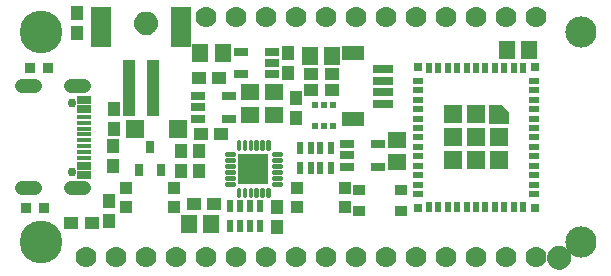
<source format=gbr>
G04 EAGLE Gerber RS-274X export*
G75*
%MOMM*%
%FSLAX34Y34*%
%LPD*%
%INSoldermask Top*%
%IPPOS*%
%AMOC8*
5,1,8,0,0,1.08239X$1,22.5*%
G01*
%ADD10C,2.641600*%
%ADD11R,1.601600X1.341600*%
%ADD12C,1.101600*%
%ADD13C,0.469900*%
%ADD14C,3.617600*%
%ADD15R,1.301600X0.651600*%
%ADD16R,1.501600X1.501600*%
%ADD17C,1.778000*%
%ADD18R,1.101600X4.701600*%
%ADD19R,1.701600X3.501600*%
%ADD20R,0.901600X0.901600*%
%ADD21R,1.176600X1.101600*%
%ADD22R,1.341600X1.601600*%
%ADD23R,1.001600X1.001600*%
%ADD24R,1.101600X1.176600*%
%ADD25R,0.736600X1.117600*%
%ADD26R,0.551600X1.001600*%
%ADD27R,0.501600X0.901600*%
%ADD28R,0.801600X0.801600*%
%ADD29R,0.901600X0.501600*%
%ADD30R,1.551600X1.551600*%
%ADD31R,1.101600X0.951600*%
%ADD32R,1.651600X0.701600*%
%ADD33R,1.901600X1.301600*%
%ADD34R,1.251600X0.676600*%
%ADD35R,1.251600X0.376600*%
%ADD36C,1.209600*%
%ADD37C,0.751600*%
%ADD38C,0.240406*%
%ADD39R,2.601600X2.601600*%
%ADD40R,0.601600X0.601600*%
%ADD41R,0.501600X0.601600*%

G36*
X421497Y125537D02*
X421497Y125537D01*
X421492Y125544D01*
X421499Y125550D01*
X421499Y136050D01*
X421483Y136071D01*
X421485Y136085D01*
X415485Y142085D01*
X415459Y142088D01*
X415451Y142098D01*
X415450Y142099D01*
X404950Y142099D01*
X404903Y142063D01*
X404903Y142062D01*
X404908Y142055D01*
X404901Y142050D01*
X404901Y125550D01*
X404937Y125503D01*
X404944Y125508D01*
X404950Y125501D01*
X421450Y125501D01*
X421497Y125537D01*
G37*
D10*
X482600Y25400D03*
X482600Y203200D03*
D11*
X222650Y152325D03*
X222650Y133325D03*
X202715Y152410D03*
X202715Y133410D03*
D12*
X114300Y210820D03*
D13*
X121800Y210820D02*
X121798Y211001D01*
X121791Y211182D01*
X121780Y211363D01*
X121765Y211544D01*
X121745Y211724D01*
X121721Y211904D01*
X121693Y212083D01*
X121660Y212261D01*
X121623Y212438D01*
X121582Y212615D01*
X121537Y212790D01*
X121487Y212965D01*
X121433Y213138D01*
X121375Y213309D01*
X121313Y213480D01*
X121246Y213648D01*
X121176Y213815D01*
X121102Y213981D01*
X121023Y214144D01*
X120941Y214305D01*
X120855Y214465D01*
X120765Y214622D01*
X120671Y214777D01*
X120574Y214930D01*
X120472Y215080D01*
X120368Y215228D01*
X120259Y215374D01*
X120148Y215516D01*
X120032Y215656D01*
X119914Y215793D01*
X119792Y215928D01*
X119667Y216059D01*
X119539Y216187D01*
X119408Y216312D01*
X119273Y216434D01*
X119136Y216552D01*
X118996Y216668D01*
X118854Y216779D01*
X118708Y216888D01*
X118560Y216992D01*
X118410Y217094D01*
X118257Y217191D01*
X118102Y217285D01*
X117945Y217375D01*
X117785Y217461D01*
X117624Y217543D01*
X117461Y217622D01*
X117295Y217696D01*
X117128Y217766D01*
X116960Y217833D01*
X116789Y217895D01*
X116618Y217953D01*
X116445Y218007D01*
X116270Y218057D01*
X116095Y218102D01*
X115918Y218143D01*
X115741Y218180D01*
X115563Y218213D01*
X115384Y218241D01*
X115204Y218265D01*
X115024Y218285D01*
X114843Y218300D01*
X114662Y218311D01*
X114481Y218318D01*
X114300Y218320D01*
X121800Y210820D02*
X121798Y210639D01*
X121791Y210458D01*
X121780Y210277D01*
X121765Y210096D01*
X121745Y209916D01*
X121721Y209736D01*
X121693Y209557D01*
X121660Y209379D01*
X121623Y209202D01*
X121582Y209025D01*
X121537Y208850D01*
X121487Y208675D01*
X121433Y208502D01*
X121375Y208331D01*
X121313Y208160D01*
X121246Y207992D01*
X121176Y207825D01*
X121102Y207659D01*
X121023Y207496D01*
X120941Y207335D01*
X120855Y207175D01*
X120765Y207018D01*
X120671Y206863D01*
X120574Y206710D01*
X120472Y206560D01*
X120368Y206412D01*
X120259Y206266D01*
X120148Y206124D01*
X120032Y205984D01*
X119914Y205847D01*
X119792Y205712D01*
X119667Y205581D01*
X119539Y205453D01*
X119408Y205328D01*
X119273Y205206D01*
X119136Y205088D01*
X118996Y204972D01*
X118854Y204861D01*
X118708Y204752D01*
X118560Y204648D01*
X118410Y204546D01*
X118257Y204449D01*
X118102Y204355D01*
X117945Y204265D01*
X117785Y204179D01*
X117624Y204097D01*
X117461Y204018D01*
X117295Y203944D01*
X117128Y203874D01*
X116960Y203807D01*
X116789Y203745D01*
X116618Y203687D01*
X116445Y203633D01*
X116270Y203583D01*
X116095Y203538D01*
X115918Y203497D01*
X115741Y203460D01*
X115563Y203427D01*
X115384Y203399D01*
X115204Y203375D01*
X115024Y203355D01*
X114843Y203340D01*
X114662Y203329D01*
X114481Y203322D01*
X114300Y203320D01*
X114119Y203322D01*
X113938Y203329D01*
X113757Y203340D01*
X113576Y203355D01*
X113396Y203375D01*
X113216Y203399D01*
X113037Y203427D01*
X112859Y203460D01*
X112682Y203497D01*
X112505Y203538D01*
X112330Y203583D01*
X112155Y203633D01*
X111982Y203687D01*
X111811Y203745D01*
X111640Y203807D01*
X111472Y203874D01*
X111305Y203944D01*
X111139Y204018D01*
X110976Y204097D01*
X110815Y204179D01*
X110655Y204265D01*
X110498Y204355D01*
X110343Y204449D01*
X110190Y204546D01*
X110040Y204648D01*
X109892Y204752D01*
X109746Y204861D01*
X109604Y204972D01*
X109464Y205088D01*
X109327Y205206D01*
X109192Y205328D01*
X109061Y205453D01*
X108933Y205581D01*
X108808Y205712D01*
X108686Y205847D01*
X108568Y205984D01*
X108452Y206124D01*
X108341Y206266D01*
X108232Y206412D01*
X108128Y206560D01*
X108026Y206710D01*
X107929Y206863D01*
X107835Y207018D01*
X107745Y207175D01*
X107659Y207335D01*
X107577Y207496D01*
X107498Y207659D01*
X107424Y207825D01*
X107354Y207992D01*
X107287Y208160D01*
X107225Y208331D01*
X107167Y208502D01*
X107113Y208675D01*
X107063Y208850D01*
X107018Y209025D01*
X106977Y209202D01*
X106940Y209379D01*
X106907Y209557D01*
X106879Y209736D01*
X106855Y209916D01*
X106835Y210096D01*
X106820Y210277D01*
X106809Y210458D01*
X106802Y210639D01*
X106800Y210820D01*
X106802Y211001D01*
X106809Y211182D01*
X106820Y211363D01*
X106835Y211544D01*
X106855Y211724D01*
X106879Y211904D01*
X106907Y212083D01*
X106940Y212261D01*
X106977Y212438D01*
X107018Y212615D01*
X107063Y212790D01*
X107113Y212965D01*
X107167Y213138D01*
X107225Y213309D01*
X107287Y213480D01*
X107354Y213648D01*
X107424Y213815D01*
X107498Y213981D01*
X107577Y214144D01*
X107659Y214305D01*
X107745Y214465D01*
X107835Y214622D01*
X107929Y214777D01*
X108026Y214930D01*
X108128Y215080D01*
X108232Y215228D01*
X108341Y215374D01*
X108452Y215516D01*
X108568Y215656D01*
X108686Y215793D01*
X108808Y215928D01*
X108933Y216059D01*
X109061Y216187D01*
X109192Y216312D01*
X109327Y216434D01*
X109464Y216552D01*
X109604Y216668D01*
X109746Y216779D01*
X109892Y216888D01*
X110040Y216992D01*
X110190Y217094D01*
X110343Y217191D01*
X110498Y217285D01*
X110655Y217375D01*
X110815Y217461D01*
X110976Y217543D01*
X111139Y217622D01*
X111305Y217696D01*
X111472Y217766D01*
X111640Y217833D01*
X111811Y217895D01*
X111982Y217953D01*
X112155Y218007D01*
X112330Y218057D01*
X112505Y218102D01*
X112682Y218143D01*
X112859Y218180D01*
X113037Y218213D01*
X113216Y218241D01*
X113396Y218265D01*
X113576Y218285D01*
X113757Y218300D01*
X113938Y218311D01*
X114119Y218318D01*
X114300Y218320D01*
D12*
X464022Y12389D03*
D13*
X471522Y12389D02*
X471520Y12570D01*
X471513Y12751D01*
X471502Y12932D01*
X471487Y13113D01*
X471467Y13293D01*
X471443Y13473D01*
X471415Y13652D01*
X471382Y13830D01*
X471345Y14007D01*
X471304Y14184D01*
X471259Y14359D01*
X471209Y14534D01*
X471155Y14707D01*
X471097Y14878D01*
X471035Y15049D01*
X470968Y15217D01*
X470898Y15384D01*
X470824Y15550D01*
X470745Y15713D01*
X470663Y15874D01*
X470577Y16034D01*
X470487Y16191D01*
X470393Y16346D01*
X470296Y16499D01*
X470194Y16649D01*
X470090Y16797D01*
X469981Y16943D01*
X469870Y17085D01*
X469754Y17225D01*
X469636Y17362D01*
X469514Y17497D01*
X469389Y17628D01*
X469261Y17756D01*
X469130Y17881D01*
X468995Y18003D01*
X468858Y18121D01*
X468718Y18237D01*
X468576Y18348D01*
X468430Y18457D01*
X468282Y18561D01*
X468132Y18663D01*
X467979Y18760D01*
X467824Y18854D01*
X467667Y18944D01*
X467507Y19030D01*
X467346Y19112D01*
X467183Y19191D01*
X467017Y19265D01*
X466850Y19335D01*
X466682Y19402D01*
X466511Y19464D01*
X466340Y19522D01*
X466167Y19576D01*
X465992Y19626D01*
X465817Y19671D01*
X465640Y19712D01*
X465463Y19749D01*
X465285Y19782D01*
X465106Y19810D01*
X464926Y19834D01*
X464746Y19854D01*
X464565Y19869D01*
X464384Y19880D01*
X464203Y19887D01*
X464022Y19889D01*
X471522Y12389D02*
X471520Y12208D01*
X471513Y12027D01*
X471502Y11846D01*
X471487Y11665D01*
X471467Y11485D01*
X471443Y11305D01*
X471415Y11126D01*
X471382Y10948D01*
X471345Y10771D01*
X471304Y10594D01*
X471259Y10419D01*
X471209Y10244D01*
X471155Y10071D01*
X471097Y9900D01*
X471035Y9729D01*
X470968Y9561D01*
X470898Y9394D01*
X470824Y9228D01*
X470745Y9065D01*
X470663Y8904D01*
X470577Y8744D01*
X470487Y8587D01*
X470393Y8432D01*
X470296Y8279D01*
X470194Y8129D01*
X470090Y7981D01*
X469981Y7835D01*
X469870Y7693D01*
X469754Y7553D01*
X469636Y7416D01*
X469514Y7281D01*
X469389Y7150D01*
X469261Y7022D01*
X469130Y6897D01*
X468995Y6775D01*
X468858Y6657D01*
X468718Y6541D01*
X468576Y6430D01*
X468430Y6321D01*
X468282Y6217D01*
X468132Y6115D01*
X467979Y6018D01*
X467824Y5924D01*
X467667Y5834D01*
X467507Y5748D01*
X467346Y5666D01*
X467183Y5587D01*
X467017Y5513D01*
X466850Y5443D01*
X466682Y5376D01*
X466511Y5314D01*
X466340Y5256D01*
X466167Y5202D01*
X465992Y5152D01*
X465817Y5107D01*
X465640Y5066D01*
X465463Y5029D01*
X465285Y4996D01*
X465106Y4968D01*
X464926Y4944D01*
X464746Y4924D01*
X464565Y4909D01*
X464384Y4898D01*
X464203Y4891D01*
X464022Y4889D01*
X463841Y4891D01*
X463660Y4898D01*
X463479Y4909D01*
X463298Y4924D01*
X463118Y4944D01*
X462938Y4968D01*
X462759Y4996D01*
X462581Y5029D01*
X462404Y5066D01*
X462227Y5107D01*
X462052Y5152D01*
X461877Y5202D01*
X461704Y5256D01*
X461533Y5314D01*
X461362Y5376D01*
X461194Y5443D01*
X461027Y5513D01*
X460861Y5587D01*
X460698Y5666D01*
X460537Y5748D01*
X460377Y5834D01*
X460220Y5924D01*
X460065Y6018D01*
X459912Y6115D01*
X459762Y6217D01*
X459614Y6321D01*
X459468Y6430D01*
X459326Y6541D01*
X459186Y6657D01*
X459049Y6775D01*
X458914Y6897D01*
X458783Y7022D01*
X458655Y7150D01*
X458530Y7281D01*
X458408Y7416D01*
X458290Y7553D01*
X458174Y7693D01*
X458063Y7835D01*
X457954Y7981D01*
X457850Y8129D01*
X457748Y8279D01*
X457651Y8432D01*
X457557Y8587D01*
X457467Y8744D01*
X457381Y8904D01*
X457299Y9065D01*
X457220Y9228D01*
X457146Y9394D01*
X457076Y9561D01*
X457009Y9729D01*
X456947Y9900D01*
X456889Y10071D01*
X456835Y10244D01*
X456785Y10419D01*
X456740Y10594D01*
X456699Y10771D01*
X456662Y10948D01*
X456629Y11126D01*
X456601Y11305D01*
X456577Y11485D01*
X456557Y11665D01*
X456542Y11846D01*
X456531Y12027D01*
X456524Y12208D01*
X456522Y12389D01*
X456524Y12570D01*
X456531Y12751D01*
X456542Y12932D01*
X456557Y13113D01*
X456577Y13293D01*
X456601Y13473D01*
X456629Y13652D01*
X456662Y13830D01*
X456699Y14007D01*
X456740Y14184D01*
X456785Y14359D01*
X456835Y14534D01*
X456889Y14707D01*
X456947Y14878D01*
X457009Y15049D01*
X457076Y15217D01*
X457146Y15384D01*
X457220Y15550D01*
X457299Y15713D01*
X457381Y15874D01*
X457467Y16034D01*
X457557Y16191D01*
X457651Y16346D01*
X457748Y16499D01*
X457850Y16649D01*
X457954Y16797D01*
X458063Y16943D01*
X458174Y17085D01*
X458290Y17225D01*
X458408Y17362D01*
X458530Y17497D01*
X458655Y17628D01*
X458783Y17756D01*
X458914Y17881D01*
X459049Y18003D01*
X459186Y18121D01*
X459326Y18237D01*
X459468Y18348D01*
X459614Y18457D01*
X459762Y18561D01*
X459912Y18663D01*
X460065Y18760D01*
X460220Y18854D01*
X460377Y18944D01*
X460537Y19030D01*
X460698Y19112D01*
X460861Y19191D01*
X461027Y19265D01*
X461194Y19335D01*
X461362Y19402D01*
X461533Y19464D01*
X461704Y19522D01*
X461877Y19576D01*
X462052Y19626D01*
X462227Y19671D01*
X462404Y19712D01*
X462581Y19749D01*
X462759Y19782D01*
X462938Y19810D01*
X463118Y19834D01*
X463298Y19854D01*
X463479Y19869D01*
X463660Y19880D01*
X463841Y19887D01*
X464022Y19889D01*
D14*
X25400Y203200D03*
X25400Y25400D03*
D15*
X220646Y167665D03*
X220646Y177165D03*
X220646Y186665D03*
X194644Y186665D03*
X194644Y167665D03*
D16*
X141690Y121285D03*
X104690Y121285D03*
D17*
X444500Y12700D03*
X419100Y12700D03*
X393700Y12700D03*
X368300Y12700D03*
X342900Y12700D03*
X317500Y12700D03*
X292100Y12700D03*
X266700Y12700D03*
X241300Y12700D03*
X215900Y12700D03*
X190500Y12700D03*
X165100Y12700D03*
X139700Y12700D03*
X114300Y12700D03*
X88900Y12700D03*
X63500Y12700D03*
D18*
X99855Y156040D03*
X119855Y156040D03*
D19*
X75855Y208040D03*
X143855Y208040D03*
D17*
X165100Y215900D03*
X190500Y215900D03*
X215900Y215900D03*
X241300Y215900D03*
X266700Y215900D03*
X292100Y215900D03*
X317500Y215900D03*
X342900Y215900D03*
X368300Y215900D03*
X393700Y215900D03*
X419100Y215900D03*
X444500Y215900D03*
D15*
X158449Y149200D03*
X158449Y139700D03*
X158449Y130200D03*
X184451Y130200D03*
X184451Y149200D03*
D20*
X27820Y54610D03*
X12820Y54610D03*
D21*
X51190Y41910D03*
X68190Y41910D03*
D22*
X160045Y186055D03*
X179045Y186055D03*
D23*
X137975Y71500D03*
X137975Y55500D03*
X96975Y55500D03*
X96975Y71500D03*
D20*
X15995Y173355D03*
X30995Y173355D03*
D24*
X55880Y219320D03*
X55880Y202320D03*
D22*
X419760Y187960D03*
X438760Y187960D03*
D24*
X234315Y185665D03*
X234315Y168665D03*
D22*
X150393Y41275D03*
X169393Y41275D03*
D25*
X117475Y106520D03*
X126975Y86520D03*
X107975Y86520D03*
D21*
X161045Y116840D03*
X178045Y116840D03*
D26*
X244810Y105020D03*
X244810Y88020D03*
X253810Y105020D03*
X261810Y105020D03*
X270810Y105020D03*
X270810Y88020D03*
X253810Y88020D03*
X261810Y88020D03*
D24*
X241300Y147565D03*
X241300Y130565D03*
D21*
X271390Y154305D03*
X254390Y154305D03*
D24*
X82550Y43570D03*
X82550Y60570D03*
D21*
X159140Y164465D03*
X176140Y164465D03*
D27*
X433700Y173300D03*
X425700Y173300D03*
X417700Y173300D03*
X409700Y173300D03*
X401700Y173300D03*
X393700Y173300D03*
X385700Y173300D03*
X377700Y173300D03*
X369700Y173300D03*
X361700Y173300D03*
X353700Y173300D03*
D28*
X443200Y173800D03*
X344200Y173800D03*
X443200Y54800D03*
X344200Y54800D03*
D27*
X433700Y55300D03*
X425700Y55300D03*
X417700Y55300D03*
X409700Y55300D03*
X401700Y55300D03*
X393700Y55300D03*
X385700Y55300D03*
X377700Y55300D03*
X369700Y55300D03*
X361700Y55300D03*
X353700Y55300D03*
D29*
X344700Y162300D03*
X344700Y154300D03*
X344700Y146300D03*
X344700Y138300D03*
X344700Y130300D03*
X344700Y122300D03*
X344700Y114300D03*
X344700Y106300D03*
X344700Y98300D03*
X344700Y90300D03*
X344700Y82300D03*
X344700Y74300D03*
X344700Y66300D03*
X442700Y66300D03*
X442700Y74300D03*
X442700Y82300D03*
X442700Y90300D03*
X442700Y98300D03*
X442700Y106300D03*
X442700Y114300D03*
X442700Y122300D03*
X442700Y130300D03*
X442700Y138300D03*
X442700Y146300D03*
X442700Y154300D03*
X442700Y162300D03*
D30*
X393700Y114300D03*
X393700Y133800D03*
X374200Y133800D03*
X374200Y114300D03*
X374200Y94800D03*
X393700Y94800D03*
X413200Y94800D03*
X413200Y114300D03*
D21*
X254390Y168275D03*
X271390Y168275D03*
D31*
X329920Y52210D03*
X294920Y52210D03*
X329920Y69710D03*
X294920Y69710D03*
D32*
X314675Y152480D03*
X314675Y162480D03*
X314675Y142480D03*
X314675Y172480D03*
D33*
X289193Y185480D03*
X289193Y129480D03*
D34*
X62120Y146300D03*
X62120Y138300D03*
D35*
X62120Y131800D03*
X62120Y126800D03*
X62120Y121800D03*
X62120Y116800D03*
X62120Y111800D03*
X62120Y106800D03*
X62120Y101800D03*
X62120Y96800D03*
D34*
X62120Y90300D03*
X62120Y82300D03*
D36*
X20110Y157500D02*
X9030Y157500D01*
X9030Y71100D02*
X20110Y71100D01*
X50830Y71100D02*
X61910Y71100D01*
X61910Y157500D02*
X50830Y157500D01*
D37*
X51370Y85400D03*
X51370Y143200D03*
D24*
X86360Y106925D03*
X86360Y89925D03*
X86995Y121040D03*
X86995Y138040D03*
X158750Y85480D03*
X158750Y102480D03*
D21*
X171695Y57785D03*
X154695Y57785D03*
D38*
X181799Y100836D02*
X188411Y100836D01*
X188411Y99424D01*
X181799Y99424D01*
X181799Y100836D01*
X181799Y95836D02*
X188411Y95836D01*
X188411Y94424D01*
X181799Y94424D01*
X181799Y95836D01*
X181799Y90836D02*
X188411Y90836D01*
X188411Y89424D01*
X181799Y89424D01*
X181799Y90836D01*
X181799Y85836D02*
X188411Y85836D01*
X188411Y84424D01*
X181799Y84424D01*
X181799Y85836D01*
X181799Y80836D02*
X188411Y80836D01*
X188411Y79424D01*
X181799Y79424D01*
X181799Y80836D01*
X181799Y75836D02*
X188411Y75836D01*
X188411Y74424D01*
X181799Y74424D01*
X181799Y75836D01*
X193311Y70936D02*
X193311Y64324D01*
X191899Y64324D01*
X191899Y70936D01*
X193311Y70936D01*
X193311Y66608D02*
X191899Y66608D01*
X191899Y68892D02*
X193311Y68892D01*
X198311Y70936D02*
X198311Y64324D01*
X196899Y64324D01*
X196899Y70936D01*
X198311Y70936D01*
X198311Y66608D02*
X196899Y66608D01*
X196899Y68892D02*
X198311Y68892D01*
X203311Y70936D02*
X203311Y64324D01*
X201899Y64324D01*
X201899Y70936D01*
X203311Y70936D01*
X203311Y66608D02*
X201899Y66608D01*
X201899Y68892D02*
X203311Y68892D01*
X208311Y70936D02*
X208311Y64324D01*
X206899Y64324D01*
X206899Y70936D01*
X208311Y70936D01*
X208311Y66608D02*
X206899Y66608D01*
X206899Y68892D02*
X208311Y68892D01*
X213311Y70936D02*
X213311Y64324D01*
X211899Y64324D01*
X211899Y70936D01*
X213311Y70936D01*
X213311Y66608D02*
X211899Y66608D01*
X211899Y68892D02*
X213311Y68892D01*
X218311Y70936D02*
X218311Y64324D01*
X216899Y64324D01*
X216899Y70936D01*
X218311Y70936D01*
X218311Y66608D02*
X216899Y66608D01*
X216899Y68892D02*
X218311Y68892D01*
X221799Y74424D02*
X228411Y74424D01*
X221799Y74424D02*
X221799Y75836D01*
X228411Y75836D01*
X228411Y74424D01*
X228411Y79424D02*
X221799Y79424D01*
X221799Y80836D01*
X228411Y80836D01*
X228411Y79424D01*
X228411Y84424D02*
X221799Y84424D01*
X221799Y85836D01*
X228411Y85836D01*
X228411Y84424D01*
X228411Y89424D02*
X221799Y89424D01*
X221799Y90836D01*
X228411Y90836D01*
X228411Y89424D01*
X228411Y94424D02*
X221799Y94424D01*
X221799Y95836D01*
X228411Y95836D01*
X228411Y94424D01*
X228411Y99424D02*
X221799Y99424D01*
X221799Y100836D01*
X228411Y100836D01*
X228411Y99424D01*
X216899Y104324D02*
X216899Y110936D01*
X218311Y110936D01*
X218311Y104324D01*
X216899Y104324D01*
X216899Y106608D02*
X218311Y106608D01*
X218311Y108892D02*
X216899Y108892D01*
X211899Y110936D02*
X211899Y104324D01*
X211899Y110936D02*
X213311Y110936D01*
X213311Y104324D01*
X211899Y104324D01*
X211899Y106608D02*
X213311Y106608D01*
X213311Y108892D02*
X211899Y108892D01*
X206899Y110936D02*
X206899Y104324D01*
X206899Y110936D02*
X208311Y110936D01*
X208311Y104324D01*
X206899Y104324D01*
X206899Y106608D02*
X208311Y106608D01*
X208311Y108892D02*
X206899Y108892D01*
X201899Y110936D02*
X201899Y104324D01*
X201899Y110936D02*
X203311Y110936D01*
X203311Y104324D01*
X201899Y104324D01*
X201899Y106608D02*
X203311Y106608D01*
X203311Y108892D02*
X201899Y108892D01*
X196899Y110936D02*
X196899Y104324D01*
X196899Y110936D02*
X198311Y110936D01*
X198311Y104324D01*
X196899Y104324D01*
X196899Y106608D02*
X198311Y106608D01*
X198311Y108892D02*
X196899Y108892D01*
X191899Y110936D02*
X191899Y104324D01*
X191899Y110936D02*
X193311Y110936D01*
X193311Y104324D01*
X191899Y104324D01*
X191899Y106608D02*
X193311Y106608D01*
X193311Y108892D02*
X191899Y108892D01*
D39*
X205105Y87630D03*
D24*
X143510Y85480D03*
X143510Y102480D03*
D40*
X272295Y141715D03*
D41*
X264795Y141715D03*
D40*
X257295Y141715D03*
X257295Y123715D03*
D41*
X264795Y123715D03*
D40*
X272295Y123715D03*
D11*
X327025Y112370D03*
X327025Y93370D03*
D15*
X284814Y108560D03*
X284814Y99060D03*
X284814Y89560D03*
X310816Y89560D03*
X310816Y108560D03*
D23*
X241755Y55500D03*
X241755Y71500D03*
X282755Y71500D03*
X282755Y55500D03*
D24*
X225425Y55490D03*
X225425Y38490D03*
D22*
X252755Y183515D03*
X271755Y183515D03*
D26*
X185120Y56125D03*
X185120Y39125D03*
X194120Y56125D03*
X202120Y56125D03*
X211120Y56125D03*
X211120Y39125D03*
X194120Y39125D03*
X202120Y39125D03*
M02*

</source>
